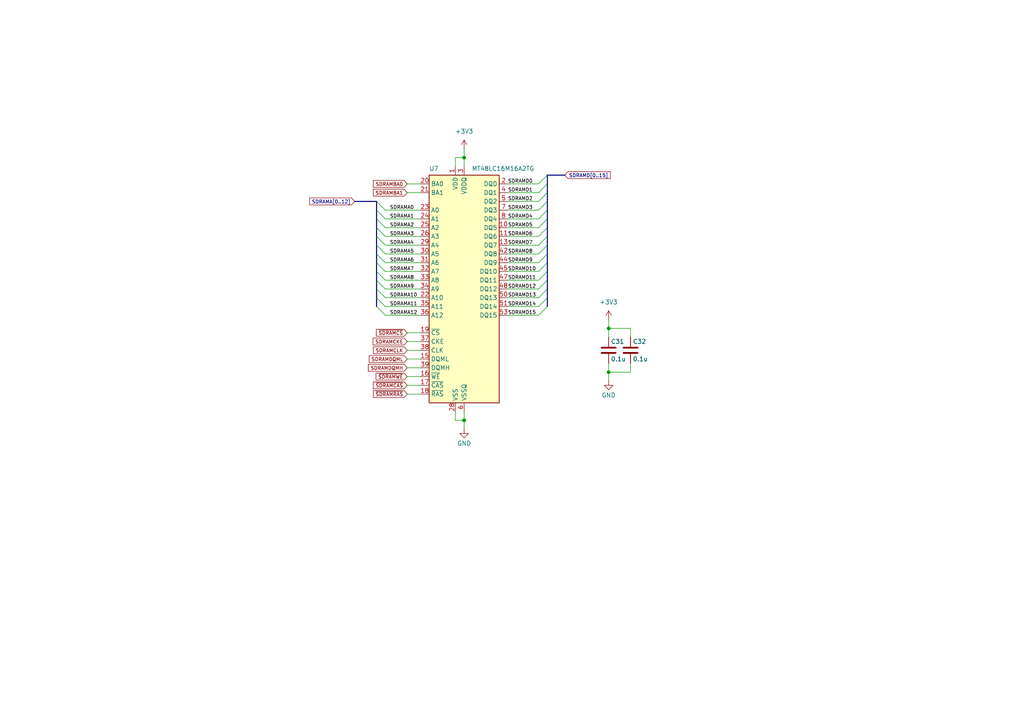
<source format=kicad_sch>
(kicad_sch (version 20250114) (generator "eeschema") (generator_version "9.0")
  (paper "A4")
  (lib_symbols
    (symbol "Device:C" (pin_numbers (hide yes)) (pin_names (offset 0.254))
      (property "Reference" "C" (at 0.635 2.54 0))
      (property "Value" "C" (at 0.635 -2.54 0))
      (symbol "C_0_1"
        (polyline (pts (xy -2.032 0.762) (xy 2.032 0.762)) (stroke (width 0.508)))
        (polyline (pts (xy -2.032 -0.762) (xy 2.032 -0.762)) (stroke (width 0.508)))
      )
      (symbol "C_1_1"
        (pin passive line (at 0 3.81 270) (length 2.794) (name "~") (number "1"))
        (pin passive line (at 0 -3.81 90) (length 2.794) (name "~") (number "2"))
      )
    )
    (symbol "Memory_RAM:MT48LC16M16A2TG"
      (property "Reference" "U" (at -8.89 34.29 0))
      (property "Value" "MT48LC16M16A2TG" (at 8.89 34.29 0))
      (symbol "MT48LC16M16A2TG_0_1"
        (rectangle (start -10.16 33.02) (end 10.16 -33.02) (stroke (width 0.254)) (fill (type background)))
      )
      (symbol "MT48LC16M16A2TG_1_1"
        (pin input line (at -12.7 30.48 0) (length 2.54) (name "BA0") (number "20"))
        (pin input line (at -12.7 27.94 0) (length 2.54) (name "BA1") (number "21"))
        (pin input line (at -12.7 22.86 0) (length 2.54) (name "A0") (number "23"))
        (pin input line (at -12.7 20.32 0) (length 2.54) (name "A1") (number "24"))
        (pin input line (at -12.7 17.78 0) (length 2.54) (name "A2") (number "25"))
        (pin input line (at -12.7 15.24 0) (length 2.54) (name "A3") (number "26"))
        (pin input line (at -12.7 12.7 0) (length 2.54) (name "A4") (number "29"))
        (pin input line (at -12.7 10.16 0) (length 2.54) (name "A5") (number "30"))
        (pin input line (at -12.7 7.62 0) (length 2.54) (name "A6") (number "31"))
        (pin input line (at -12.7 5.08 0) (length 2.54) (name "A7") (number "32"))
        (pin input line (at -12.7 2.54 0) (length 2.54) (name "A8") (number "33"))
        (pin input line (at -12.7 0 0) (length 2.54) (name "A9") (number "34"))
        (pin input line (at -12.7 -2.54 0) (length 2.54) (name "A10") (number "22"))
        (pin input line (at -12.7 -5.08 0) (length 2.54) (name "A11") (number "35"))
        (pin input line (at -12.7 -7.62 0) (length 2.54) (name "A12") (number "36"))
        (pin input line (at -12.7 -12.7 0) (length 2.54) (name "~{CS}") (number "19"))
        (pin input line (at -12.7 -15.24 0) (length 2.54) (name "CKE") (number "37"))
        (pin input line (at -12.7 -17.78 0) (length 2.54) (name "CLK") (number "38"))
        (pin input line (at -12.7 -20.32 0) (length 2.54) (name "DQML") (number "15"))
        (pin input line (at -12.7 -22.86 0) (length 2.54) (name "DQMH") (number "39"))
        (pin input line (at -12.7 -25.4 0) (length 2.54) (name "~{WE}") (number "16"))
        (pin input line (at -12.7 -27.94 0) (length 2.54) (name "~{CAS}") (number "17"))
        (pin input line (at -12.7 -30.48 0) (length 2.54) (name "~{RAS}") (number "18"))
        (pin power_in line (at -2.54 35.56 270) (length 2.54) (name "VDD") (number "1"))
        (pin passive line (at -2.54 35.56 270) (length 2.54) (hide yes) (name "VDD") (number "14"))
        (pin passive line (at -2.54 35.56 270) (length 2.54) (hide yes) (name "VDD") (number "27"))
        (pin power_in line (at -2.54 -35.56 90) (length 2.54) (name "VSS") (number "28"))
        (pin passive line (at -2.54 -35.56 90) (length 2.54) (hide yes) (name "VSS") (number "41"))
        (pin passive line (at -2.54 -35.56 90) (length 2.54) (hide yes) (name "VSS") (number "54"))
        (pin power_in line (at 0 35.56 270) (length 2.54) (name "VDDQ") (number "3"))
        (pin passive line (at 0 35.56 270) (length 2.54) (hide yes) (name "VDDQ") (number "43"))
        (pin passive line (at 0 35.56 270) (length 2.54) (hide yes) (name "VDDQ") (number "49"))
        (pin passive line (at 0 35.56 270) (length 2.54) (hide yes) (name "VDDQ") (number "9"))
        (pin passive line (at 0 -35.56 90) (length 2.54) (hide yes) (name "VSSQ") (number "12"))
        (pin passive line (at 0 -35.56 90) (length 2.54) (hide yes) (name "VSSQ") (number "46"))
        (pin passive line (at 0 -35.56 90) (length 2.54) (hide yes) (name "VSSQ") (number "52"))
        (pin power_in line (at 0 -35.56 90) (length 2.54) (name "VSSQ") (number "6"))
        (pin no_connect line (at 10.16 -20.32 180) (length 2.54) (hide yes) (name "NC") (number "40"))
        (pin bidirectional line (at 12.7 30.48 180) (length 2.54) (name "DQ0") (number "2"))
        (pin bidirectional line (at 12.7 27.94 180) (length 2.54) (name "DQ1") (number "4"))
        (pin bidirectional line (at 12.7 25.4 180) (length 2.54) (name "DQ2") (number "5"))
        (pin bidirectional line (at 12.7 22.86 180) (length 2.54) (name "DQ3") (number "7"))
        (pin bidirectional line (at 12.7 20.32 180) (length 2.54) (name "DQ4") (number "8"))
        (pin bidirectional line (at 12.7 17.78 180) (length 2.54) (name "DQ5") (number "10"))
        (pin bidirectional line (at 12.7 15.24 180) (length 2.54) (name "DQ6") (number "11"))
        (pin bidirectional line (at 12.7 12.7 180) (length 2.54) (name "DQ7") (number "13"))
        (pin bidirectional line (at 12.7 10.16 180) (length 2.54) (name "DQ8") (number "42"))
        (pin bidirectional line (at 12.7 7.62 180) (length 2.54) (name "DQ9") (number "44"))
        (pin bidirectional line (at 12.7 5.08 180) (length 2.54) (name "DQ10") (number "45"))
        (pin bidirectional line (at 12.7 2.54 180) (length 2.54) (name "DQ11") (number "47"))
        (pin bidirectional line (at 12.7 0 180) (length 2.54) (name "DQ12") (number "48"))
        (pin bidirectional line (at 12.7 -2.54 180) (length 2.54) (name "DQ13") (number "50"))
        (pin bidirectional line (at 12.7 -5.08 180) (length 2.54) (name "DQ14") (number "51"))
        (pin bidirectional line (at 12.7 -7.62 180) (length 2.54) (name "DQ15") (number "53"))
      )
    )
    (symbol "power:+3V3" (power) (pin_numbers (hide yes)) (pin_names (offset 0) (hide yes))
      (property "Value" "+3V3" (at 0 3.556 0))
      (symbol "+3V3_0_1"
        (polyline (pts (xy -0.762 1.27) (xy 0 2.54)))
        (polyline (pts (xy 0 2.54) (xy 0.762 1.27)))
        (polyline (pts (xy 0 0) (xy 0 2.54)))
      )
      (symbol "+3V3_1_1"
        (pin power_in line (at 0 0 90) (length 0) (name "~") (number "1"))
      )
    )
    (symbol "power:GND" (power) (pin_numbers (hide yes)) (pin_names (offset 0) (hide yes))
      (property "Value" "GND" (at 0 -3.81 0))
      (symbol "GND_0_1"
        (polyline (pts (xy 0 0) (xy 0 -1.27) (xy 1.27 -1.27) (xy 0 -2.54) (xy -1.27 -1.27) (xy 0 -1.27)))
      )
      (symbol "GND_1_1"
        (pin power_in line (at 0 0 270) (length 0) (name "~") (number "1"))
      )
    )
  )
  (junction (at 134.62 121.92))
  (junction (at 134.62 45.72))
  (junction (at 176.53 95.25))
  (junction (at 176.53 107.95))
  (bus_entry (at 109.22 83.82) (size 2.54 2.54))
  (bus_entry (at 109.22 81.28) (size 2.54 2.54))
  (bus_entry (at 109.22 76.2) (size 2.54 2.54))
  (bus_entry (at 156.21 78.74) (size 2.54 -2.54))
  (bus_entry (at 109.22 68.58) (size 2.54 2.54))
  (bus_entry (at 156.21 55.88) (size 2.54 -2.54))
  (bus_entry (at 109.22 58.42) (size 2.54 2.54))
  (bus_entry (at 156.21 58.42) (size 2.54 -2.54))
  (bus_entry (at 109.22 88.9) (size 2.54 2.54))
  (bus_entry (at 109.22 73.66) (size 2.54 2.54))
  (bus_entry (at 156.21 81.28) (size 2.54 -2.54))
  (bus_entry (at 156.21 73.66) (size 2.54 -2.54))
  (bus_entry (at 156.21 71.12) (size 2.54 -2.54))
  (bus_entry (at 109.22 78.74) (size 2.54 2.54))
  (bus_entry (at 109.22 60.96) (size 2.54 2.54))
  (bus_entry (at 109.22 63.5) (size 2.54 2.54))
  (bus_entry (at 109.22 86.36) (size 2.54 2.54))
  (bus_entry (at 156.21 76.2) (size 2.54 -2.54))
  (bus_entry (at 109.22 66.04) (size 2.54 2.54))
  (bus_entry (at 156.21 53.34) (size 2.54 -2.54))
  (bus_entry (at 109.22 71.12) (size 2.54 2.54))
  (bus_entry (at 156.21 66.04) (size 2.54 -2.54))
  (bus_entry (at 156.21 83.82) (size 2.54 -2.54))
  (bus_entry (at 156.21 63.5) (size 2.54 -2.54))
  (bus_entry (at 156.21 86.36) (size 2.54 -2.54))
  (bus_entry (at 156.21 68.58) (size 2.54 -2.54))
  (bus_entry (at 156.21 60.96) (size 2.54 -2.54))
  (bus_entry (at 156.21 88.9) (size 2.54 -2.54))
  (bus_entry (at 156.21 91.44) (size 2.54 -2.54))
  (wire (pts (xy 118.11 114.3) (xy 121.92 114.3)))
  (wire (pts (xy 176.53 107.95) (xy 176.53 110.49)))
  (wire (pts (xy 118.11 109.22) (xy 121.92 109.22)))
  (bus (pts (xy 158.75 78.74) (xy 158.75 81.28)))
  (bus (pts (xy 158.75 63.5) (xy 158.75 66.04)))
  (wire (pts (xy 111.76 76.2) (xy 121.92 76.2)))
  (wire (pts (xy 147.32 63.5) (xy 156.21 63.5)))
  (bus (pts (xy 109.22 71.12) (xy 109.22 73.66)))
  (wire (pts (xy 176.53 92.71) (xy 176.53 95.25)))
  (bus (pts (xy 109.22 83.82) (xy 109.22 86.36)))
  (bus (pts (xy 158.75 60.96) (xy 158.75 63.5)))
  (wire (pts (xy 132.08 121.92) (xy 134.62 121.92)))
  (bus (pts (xy 158.75 86.36) (xy 158.75 88.9)))
  (wire (pts (xy 147.32 53.34) (xy 156.21 53.34)))
  (wire (pts (xy 134.62 45.72) (xy 134.62 48.26)))
  (bus (pts (xy 158.75 50.8) (xy 158.75 53.34)))
  (wire (pts (xy 118.11 111.76) (xy 121.92 111.76)))
  (bus (pts (xy 109.22 81.28) (xy 109.22 83.82)))
  (wire (pts (xy 176.53 105.41) (xy 176.53 107.95)))
  (wire (pts (xy 134.62 121.92) (xy 134.62 119.38)))
  (bus (pts (xy 158.75 66.04) (xy 158.75 68.58)))
  (wire (pts (xy 147.32 71.12) (xy 156.21 71.12)))
  (wire (pts (xy 111.76 83.82) (xy 121.92 83.82)))
  (wire (pts (xy 132.08 119.38) (xy 132.08 121.92)))
  (bus (pts (xy 158.75 83.82) (xy 158.75 86.36)))
  (bus (pts (xy 109.22 76.2) (xy 109.22 78.74)))
  (wire (pts (xy 134.62 43.18) (xy 134.62 45.72)))
  (wire (pts (xy 118.11 53.34) (xy 121.92 53.34)))
  (bus (pts (xy 109.22 66.04) (xy 109.22 68.58)))
  (wire (pts (xy 132.08 48.26) (xy 132.08 45.72)))
  (wire (pts (xy 176.53 95.25) (xy 182.88 95.25)))
  (wire (pts (xy 147.32 88.9) (xy 156.21 88.9)))
  (wire (pts (xy 118.11 101.6) (xy 121.92 101.6)))
  (bus (pts (xy 158.75 76.2) (xy 158.75 78.74)))
  (wire (pts (xy 147.32 76.2) (xy 156.21 76.2)))
  (wire (pts (xy 147.32 86.36) (xy 156.21 86.36)))
  (bus (pts (xy 158.75 71.12) (xy 158.75 73.66)))
  (bus (pts (xy 158.75 68.58) (xy 158.75 71.12)))
  (wire (pts (xy 147.32 73.66) (xy 156.21 73.66)))
  (wire (pts (xy 182.88 105.41) (xy 182.88 107.95)))
  (bus (pts (xy 158.75 81.28) (xy 158.75 83.82)))
  (bus (pts (xy 109.22 68.58) (xy 109.22 71.12)))
  (wire (pts (xy 111.76 91.44) (xy 121.92 91.44)))
  (wire (pts (xy 111.76 71.12) (xy 121.92 71.12)))
  (wire (pts (xy 147.32 78.74) (xy 156.21 78.74)))
  (wire (pts (xy 111.76 86.36) (xy 121.92 86.36)))
  (wire (pts (xy 118.11 55.88) (xy 121.92 55.88)))
  (wire (pts (xy 182.88 97.79) (xy 182.88 95.25)))
  (wire (pts (xy 147.32 55.88) (xy 156.21 55.88)))
  (wire (pts (xy 118.11 104.14) (xy 121.92 104.14)))
  (bus (pts (xy 102.87 58.42) (xy 109.22 58.42)))
  (wire (pts (xy 111.76 66.04) (xy 121.92 66.04)))
  (bus (pts (xy 158.75 50.8) (xy 163.83 50.8)))
  (wire (pts (xy 147.32 58.42) (xy 156.21 58.42)))
  (wire (pts (xy 147.32 60.96) (xy 156.21 60.96)))
  (wire (pts (xy 111.76 60.96) (xy 121.92 60.96)))
  (bus (pts (xy 109.22 58.42) (xy 109.22 60.96)))
  (wire (pts (xy 118.11 96.52) (xy 121.92 96.52)))
  (bus (pts (xy 158.75 58.42) (xy 158.75 60.96)))
  (bus (pts (xy 109.22 86.36) (xy 109.22 88.9)))
  (bus (pts (xy 109.22 73.66) (xy 109.22 76.2)))
  (wire (pts (xy 111.76 73.66) (xy 121.92 73.66)))
  (bus (pts (xy 109.22 63.5) (xy 109.22 66.04)))
  (wire (pts (xy 111.76 88.9) (xy 121.92 88.9)))
  (wire (pts (xy 132.08 45.72) (xy 134.62 45.72)))
  (wire (pts (xy 147.32 83.82) (xy 156.21 83.82)))
  (wire (pts (xy 176.53 95.25) (xy 176.53 97.79)))
  (wire (pts (xy 147.32 81.28) (xy 156.21 81.28)))
  (wire (pts (xy 118.11 99.06) (xy 121.92 99.06)))
  (wire (pts (xy 147.32 66.04) (xy 156.21 66.04)))
  (wire (pts (xy 111.76 78.74) (xy 121.92 78.74)))
  (wire (pts (xy 147.32 68.58) (xy 156.21 68.58)))
  (bus (pts (xy 109.22 78.74) (xy 109.22 81.28)))
  (wire (pts (xy 111.76 81.28) (xy 121.92 81.28)))
  (wire (pts (xy 134.62 121.92) (xy 134.62 124.46)))
  (wire (pts (xy 111.76 63.5) (xy 121.92 63.5)))
  (bus (pts (xy 109.22 60.96) (xy 109.22 63.5)))
  (bus (pts (xy 158.75 55.88) (xy 158.75 58.42)))
  (wire (pts (xy 118.11 106.68) (xy 121.92 106.68)))
  (bus (pts (xy 158.75 53.34) (xy 158.75 55.88)))
  (wire (pts (xy 182.88 107.95) (xy 176.53 107.95)))
  (wire (pts (xy 147.32 91.44) (xy 156.21 91.44)))
  (wire (pts (xy 111.76 68.58) (xy 121.92 68.58)))
  (bus (pts (xy 158.75 73.66) (xy 158.75 76.2)))
  (label "SDRAMD10" (at 147.32 78.74 0) (effects (font (size 1.016 1.016))))
  (label "SDRAMD14" (at 147.32 88.9 0) (effects (font (size 1.016 1.016))))
  (label "SDRAMA5" (at 113.03 73.66 0) (effects (font (size 1.016 1.016))))
  (label "SDRAMD11" (at 147.32 81.28 0) (effects (font (size 1.016 1.016))))
  (label "SDRAMD8" (at 147.32 73.66 0) (effects (font (size 1.016 1.016))))
  (label "SDRAMA9" (at 113.03 83.82 0) (effects (font (size 1.016 1.016))))
  (label "SDRAMD9" (at 147.32 76.2 0) (effects (font (size 1.016 1.016))))
  (label "SDRAMA12" (at 113.03 91.44 0) (effects (font (size 1.016 1.016))))
  (label "SDRAMA7" (at 113.03 78.74 0) (effects (font (size 1.016 1.016))))
  (label "SDRAMA10" (at 113.03 86.36 0) (effects (font (size 1.016 1.016))))
  (label "SDRAMD4" (at 147.32 63.5 0) (effects (font (size 1.016 1.016))))
  (label "SDRAMA0" (at 113.03 60.96 0) (effects (font (size 1.016 1.016))))
  (label "SDRAMD15" (at 147.32 91.44 0) (effects (font (size 1.016 1.016))))
  (label "SDRAMD0" (at 147.32 53.34 0) (effects (font (size 1.016 1.016))))
  (label "SDRAMD1" (at 147.32 55.88 0) (effects (font (size 1.016 1.016))))
  (label "SDRAMD7" (at 147.32 71.12 0) (effects (font (size 1.016 1.016))))
  (label "SDRAMD12" (at 147.32 83.82 0) (effects (font (size 1.016 1.016))))
  (label "SDRAMA11" (at 113.03 88.9 0) (effects (font (size 1.016 1.016))))
  (label "SDRAMD5" (at 147.32 66.04 0) (effects (font (size 1.016 1.016))))
  (label "SDRAMA2" (at 113.03 66.04 0) (effects (font (size 1.016 1.016))))
  (label "SDRAMA3" (at 113.03 68.58 0) (effects (font (size 1.016 1.016))))
  (label "SDRAMD3" (at 147.32 60.96 0) (effects (font (size 1.016 1.016))))
  (label "SDRAMA6" (at 113.03 76.2 0) (effects (font (size 1.016 1.016))))
  (label "SDRAMA8" (at 113.03 81.28 0) (effects (font (size 1.016 1.016))))
  (label "SDRAMA1" (at 113.03 63.5 0) (effects (font (size 1.016 1.016))))
  (label "SDRAMA4" (at 113.03 71.12 0) (effects (font (size 1.016 1.016))))
  (label "SDRAMD6" (at 147.32 68.58 0) (effects (font (size 1.016 1.016))))
  (label "SDRAMD2" (at 147.32 58.42 0) (effects (font (size 1.016 1.016))))
  (label "SDRAMD13" (at 147.32 86.36 0) (effects (font (size 1.016 1.016))))
  (global_label "SDRAMA[0..12]" (shape input) (at 102.87 58.42 180) (effects (font (size 1.016 1.016))) (property "Intersheetrefs" "${INTERSHEET_REFS}" (effects (hide yes))))
  (global_label "SDRAMDQMH" (shape input) (at 118.11 106.68 180) (effects (font (size 1.016 1.016))) (property "Intersheetrefs" "${INTERSHEET_REFS}" (effects (hide yes))))
  (global_label "~{SDRAMRAS}" (shape input) (at 118.11 114.3 180) (effects (font (size 1.016 1.016))) (property "Intersheetrefs" "${INTERSHEET_REFS}" (effects (hide yes))))
  (global_label "~{SDRAMWE}" (shape input) (at 118.11 109.22 180) (effects (font (size 1.016 1.016))) (property "Intersheetrefs" "${INTERSHEET_REFS}" (effects (hide yes))))
  (global_label "SDRAMCLK" (shape input) (at 118.11 101.6 180) (effects (font (size 1.016 1.016))) (property "Intersheetrefs" "${INTERSHEET_REFS}" (effects (hide yes))))
  (global_label "~{SDRAMCAS}" (shape input) (at 118.11 111.76 180) (effects (font (size 1.016 1.016))) (property "Intersheetrefs" "${INTERSHEET_REFS}" (effects (hide yes))))
  (global_label "SDRAMD[0..15]" (shape input) (at 163.83 50.8 0) (effects (font (size 1.016 1.016))) (property "Intersheetrefs" "${INTERSHEET_REFS}" (effects (hide yes))))
  (global_label "SDRAMBA1" (shape input) (at 118.11 55.88 180) (effects (font (size 1.016 1.016))) (property "Intersheetrefs" "${INTERSHEET_REFS}" (effects (hide yes))))
  (global_label "SDRAMCKE" (shape input) (at 118.11 99.06 180) (effects (font (size 1.016 1.016))) (property "Intersheetrefs" "${INTERSHEET_REFS}" (effects (hide yes))))
  (global_label "~{SDRAMCS}" (shape input) (at 118.11 96.52 180) (effects (font (size 1.016 1.016))) (property "Intersheetrefs" "${INTERSHEET_REFS}" (effects (hide yes))))
  (global_label "SDRAMBA0" (shape input) (at 118.11 53.34 180) (effects (font (size 1.016 1.016))) (property "Intersheetrefs" "${INTERSHEET_REFS}" (effects (hide yes))))
  (global_label "SDRAMDQML" (shape input) (at 118.11 104.14 180) (effects (font (size 1.016 1.016))) (property "Intersheetrefs" "${INTERSHEET_REFS}" (effects (hide yes))))
  (symbol (lib_id "power:+3V3") (at 176.53 92.71 0) (unit 1)
    (property "Reference" "#PWR046" (effects (hide yes)))
    (property "Value" "+3V3" (at 176.53 87.63 0))
    (property "Description" "Power symbol creates a global label with name \"+3V3\"" (effects (hide yes)))
  )
  (symbol (lib_id "Memory_RAM:MT48LC16M16A2TG") (at 134.62 83.82 0) (unit 1)
    (property "Reference" "U7" (at 124.46 48.895 0) (effects (justify left)))
    (property "Value" "MT48LC16M16A2TG" (at 136.8141 48.895 0) (effects (justify left)))
    (property "Footprint" "Package_SO:TSOP-II-54_22.2x10.16mm_P0.8mm" (effects (hide yes)))
    (property "Datasheet" "https://www.micron.com/-/media/client/global/documents/products/data-sheet/dram/256mb_sdr.pdf" (effects (hide yes)))
    (property "Description" "256M – (16M x 16 bit) Synchronous DRAM (SDRAM), TSOP-II-54" (effects (hide yes)))
  )
  (symbol (lib_id "Device:C") (at 176.53 101.6 0) (unit 1)
    (property "Reference" "C31" (at 177.165 99.06 0) (effects (justify left)))
    (property "Value" "0.1u" (at 177.165 104.14 0) (effects (justify left)))
    (property "Footprint" "Capacitor_SMD:C_0805_2012Metric" (effects (hide yes)))
  )
  (symbol (lib_id "power:GND") (at 176.53 110.49 0) (unit 1)
    (property "Reference" "#PWR043" (effects (hide yes)))
    (property "Value" "GND" (at 176.53 114.6231 0))
    (property "Description" "Power symbol creates a global label with name \"GND\" , ground" (effects (hide yes)))
  )
  (symbol (lib_id "power:GND") (at 134.62 124.46 0) (unit 1)
    (property "Reference" "#PWR041" (effects (hide yes)))
    (property "Value" "GND" (at 134.62 128.5931 0))
    (property "Description" "Power symbol creates a global label with name \"GND\" , ground" (effects (hide yes)))
  )
  (symbol (lib_id "Device:C") (at 182.88 101.6 0) (unit 1)
    (property "Reference" "C32" (at 183.515 99.06 0) (effects (justify left)))
    (property "Value" "0.1u" (at 183.515 104.14 0) (effects (justify left)))
    (property "Footprint" "Capacitor_SMD:C_0805_2012Metric" (effects (hide yes)))
  )
  (symbol (lib_id "power:+3V3") (at 134.62 43.18 0) (unit 1)
    (property "Reference" "#PWR042" (effects (hide yes)))
    (property "Value" "+3V3" (at 134.62 38.1 0))
    (property "Description" "Power symbol creates a global label with name \"+3V3\"" (effects (hide yes)))
  )
)
</source>
